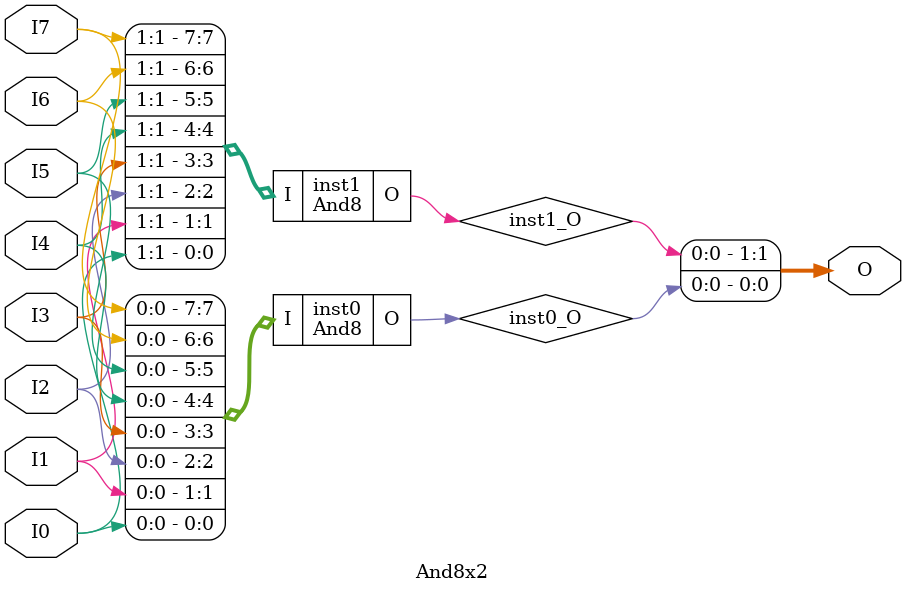
<source format=v>
module And8 (input [7:0] I, output  O);
wire  inst0_O;
wire  inst1_O;
wire  inst2_O;
wire  inst3_O;
LUT4 #(.INIT(16'h8000)) inst0 (.I0(I[0]), .I1(I[1]), .I2(I[2]), .I3(I[3]), .O(inst0_O));
MUXCY inst1 (.DI(1'b0), .CI(1'b1), .S(inst0_O), .O(inst1_O));
LUT4 #(.INIT(16'h8000)) inst2 (.I0(I[4]), .I1(I[5]), .I2(I[6]), .I3(I[7]), .O(inst2_O));
MUXCY inst3 (.DI(1'b0), .CI(inst1_O), .S(inst2_O), .O(inst3_O));
assign O = inst3_O;
endmodule

module And8x2 (input [1:0] I0, input [1:0] I1, input [1:0] I2, input [1:0] I3, input [1:0] I4, input [1:0] I5, input [1:0] I6, input [1:0] I7, output [1:0] O);
wire  inst0_O;
wire  inst1_O;
And8 inst0 (.I({I7[0],I6[0],I5[0],I4[0],I3[0],I2[0],I1[0],I0[0]}), .O(inst0_O));
And8 inst1 (.I({I7[1],I6[1],I5[1],I4[1],I3[1],I2[1],I1[1],I0[1]}), .O(inst1_O));
assign O = {inst1_O,inst0_O};
endmodule


</source>
